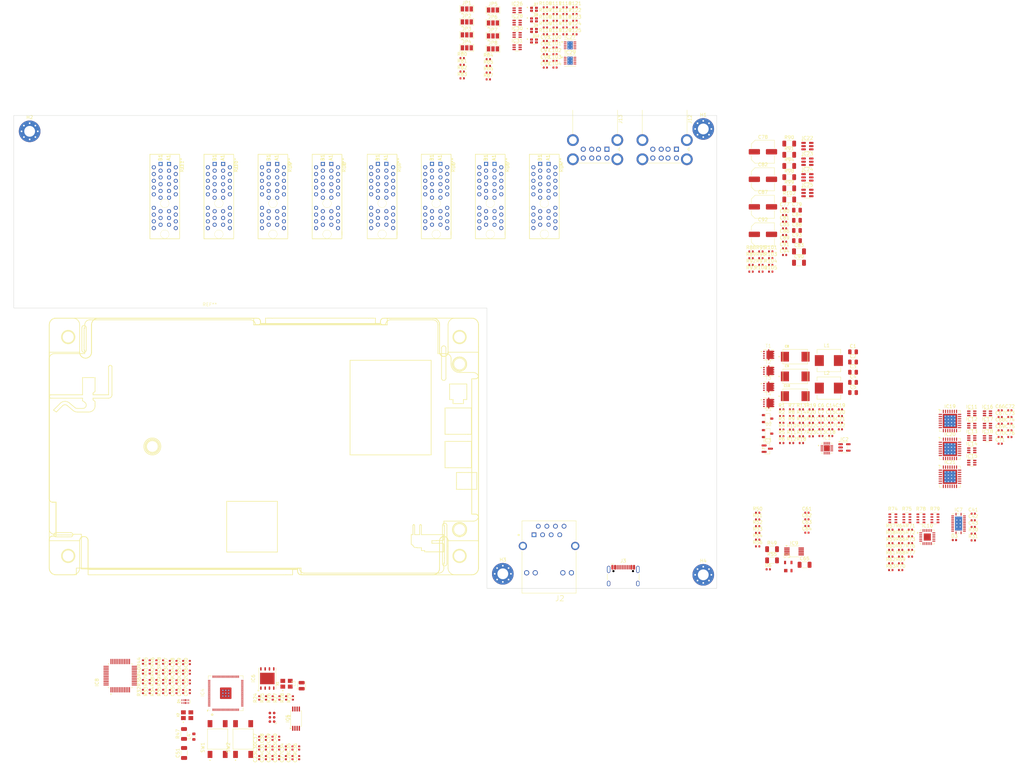
<source format=kicad_pcb>
(kicad_pcb (version 20241229) (generator "pcbnew") (generator_version "9.0")
  (layers (0 "F.Cu" signal) (2 "B.Cu" signal) (13 "F.Paste" user) (15 "B.Paste" user) (5 "F.SilkS" user "F.Silkscreen") (7 "B.SilkS" user "B.Silkscreen") (1 "F.Mask" user) (3 "B.Mask" user) (25 "Edge.Cuts" user))
  (property "ASSEMBLY_NOTES" "ASSEMBLY NOTES")
  (property "BOARD_NAME" "Baseboard")
  (property "COMPANY" "DvidMakesThings")
  (property "DESIGNER" "David Sipos")
  (property "FABRICATION_NOTES" "FABRICATION NOTES")
  (property "GIT_HASH_PCB" "")
  (property "GIT_HASH_SCH" "")
  (property "GIT_URL" "")
  (property "PROJECT_NAME" "PDNode-600 Pro ")
  (property "RELEASE_BODY_1.0.0" "")
  (property "RELEASE_BODY_1.0.1" "")
  (property "RELEASE_BODY_1.0.2" "")
  (property "RELEASE_BODY_1.1.0" "")
  (property "RELEASE_BODY_UNRELEASED" "")
  (property "RELEASE_DATE" "07.02.2026")
  (property "RELEASE_DATE_NUM" "07.02.2026")
  (property "RELEASE_TITLE_1.0.0" "")
  (property "RELEASE_TITLE_1.0.1" "")
  (property "RELEASE_TITLE_1.0.2" "")
  (property "RELEASE_TITLE_1.1.0" "")
  (property "RELEASE_TITLE_UNRELEASED" "")
  (property "REVISION" "")
  (property "SHEET_NAME_1" "Cover Page")
  (property "SHEET_NAME_10" "")
  (property "SHEET_NAME_11" "")
  (property "SHEET_NAME_12" "")
  (property "SHEET_NAME_13" "")
  (property "SHEET_NAME_14" "")
  (property "SHEET_NAME_15" "")
  (property "SHEET_NAME_16" "")
  (property "SHEET_NAME_17" "")
  (property "SHEET_NAME_18" "")
  (property "SHEET_NAME_19" "")
  (property "SHEET_NAME_2" "System Power")
  (property "SHEET_NAME_20" "")
  (property "SHEET_NAME_21" "")
  (property "SHEET_NAME_22" "")
  (property "SHEET_NAME_23" "")
  (property "SHEET_NAME_24" "")
  (property "SHEET_NAME_25" "")
  (property "SHEET_NAME_26" "")
  (property "SHEET_NAME_27" "")
  (property "SHEET_NAME_28" "")
  (property "SHEET_NAME_29" "")
  (property "SHEET_NAME_3" "Microcontroller")
  (property "SHEET_NAME_30" "")
  (property "SHEET_NAME_31" "")
  (property "SHEET_NAME_32" "")
  (property "SHEET_NAME_33" "")
  (property "SHEET_NAME_34" "")
  (property "SHEET_NAME_35" "")
  (property "SHEET_NAME_36" "")
  (property "SHEET_NAME_37" "")
  (property "SHEET_NAME_38" "")
  (property "SHEET_NAME_39" "")
  (property "SHEET_NAME_4" "")
  (property "SHEET_NAME_40" "")
  (property "SHEET_NAME_5" "")
  (property "SHEET_NAME_6" "")
  (property "SHEET_NAME_7" "")
  (property "SHEET_NAME_8" "")
  (property "SHEET_NAME_9" "")
  (property "VARIANT" "Pro")
  (net 0 "")
  (net 1 "+24V")
  (net 2 "GND")
  (net 3 "Net-(IC1-VBST2)")
  (net 4 "Net-(C6-Pad2)")
  (net 5 "Net-(IC1-VBST1)")
  (net 6 "Net-(C7-Pad2)")
  (net 7 "+3.3V")
  (net 8 "+5V")
  (net 9 "+5VA")
  (net 10 "+3.3VA")
  (net 11 "/Block Diagram/System Power/VCLK")
  (net 12 "Net-(C13-Pad2)")
  (net 13 "Net-(C14-Pad2)")
  (net 14 "+15V")
  (net 15 "Net-(C16-Pad1)")
  (net 16 "Net-(IC2-V+)")
  (net 17 "/Block Diagram/System Power/VREF_IN")
  (net 18 "/Block Diagram/System Power/VREF_OUT")
  (net 19 "/Block Diagram/Microcontroller Peripherals/VREG_AVDD")
  (net 20 "/Block Diagram/Microcontroller Peripherals/XO")
  (net 21 "/Block Diagram/Microcontroller Peripherals/XIN")
  (net 22 "+1V1")
  (net 23 "Net-(C41-Pad1)")
  (net 24 "RD_N")
  (net 25 "/Block Diagram/Ethernet Interface/RDN_R_N")
  (net 26 "RD_P")
  (net 27 "/Block Diagram/Ethernet Interface/RDN_R_P")
  (net 28 "/Block Diagram/Ethernet Interface/W5500_XO")
  (net 29 "/Block Diagram/Ethernet Interface/W5500_XI")
  (net 30 "RCT")
  (net 31 "/Block Diagram/Ethernet Interface/W5500_1V2")
  (net 32 "/Block Diagram/Ethernet Interface/W5500_TOCAP")
  (net 33 "SHIELD")
  (net 34 "+3.3VP")
  (net 35 "VBUS")
  (net 36 "/Block Diagram/USB Interface/ADC_VUSB")
  (net 37 "VBUS_PORTA0")
  (net 38 "VBUS_PORTA1")
  (net 39 "VBUS_PORTA2")
  (net 40 "VBUS_PORTA3")
  (net 41 "Net-(IC27-SENSE1-)")
  (net 42 "Net-(IC27-SENSE1+)")
  (net 43 "Net-(IC27-SENSE2-)")
  (net 44 "Net-(IC27-SENSE2+)")
  (net 45 "Net-(IC29-SENSE1+)")
  (net 46 "Net-(IC29-SENSE1-)")
  (net 47 "Net-(IC29-SENSE2-)")
  (net 48 "Net-(IC29-SENSE2+)")
  (net 49 "/Block Diagram/Microcontroller/USB_IND")
  (net 50 "HEARTBEAT")
  (net 51 "TD_P")
  (net 52 "TD_N")
  (net 53 "USB_D-")
  (net 54 "USB_D+")
  (net 55 "/Block Diagram/USB Interface/USB_IND")
  (net 56 "Net-(D7-A2)")
  (net 57 "Net-(D7-A1)")
  (net 58 "Net-(D8-A1)")
  (net 59 "Net-(D8-A2)")
  (net 60 "Net-(D9-A2)")
  (net 61 "Net-(D9-A1)")
  (net 62 "Net-(D10-A1)")
  (net 63 "Net-(D10-A2)")
  (net 64 "/Block Diagram/System Power/DRVH1")
  (net 65 "/Block Diagram/System Power/VFB_5")
  (net 66 "/Block Diagram/System Power/5V_BUCK_EN")
  (net 67 "/Block Diagram/System Power/3V3_BUCK_EN")
  (net 68 "/Block Diagram/System Power/DRVL2")
  (net 69 "/Block Diagram/System Power/VFB_3V3")
  (net 70 "/Block Diagram/System Power/CS_R2")
  (net 71 "/Block Diagram/System Power/CS_R1")
  (net 72 "/Block Diagram/System Power/PGOOD")
  (net 73 "/Block Diagram/System Power/DRVH2")
  (net 74 "/Block Diagram/System Power/SW2")
  (net 75 "/Block Diagram/System Power/SW1")
  (net 76 "/Block Diagram/System Power/DRVL1")
  (net 77 "/Block Diagram/Microcontroller/QSPI_CS2")
  (net 79 "QSPI_SS")
  (net 81 "QSPI_SD3")
  (net 83 "/Block Diagram/Microcontroller Peripherals/SWDIO")
  (net 84 "/Block Diagram/Microcontroller Peripherals/SWCLK")
  (net 86 "QSPI_SD1")
  (net 90 "QSPI_SCLK")
  (net 92 "RESET")
  (net 93 "ADC_VREF")
  (net 96 "/Block Diagram/Microcontroller Peripherals/VREG_LX")
  (net 99 "QSPI_SD0")
  (net 103 "/Block Diagram/Microcontroller Peripherals/RP_D+")
  (net 112 "/Block Diagram/Microcontroller Peripherals/RP_D-")
  (net 121 "QSPI_SD2")
  (net 128 "/Block Diagram/Microcontroller Peripherals/XOUT")
  (net 139 "/Block Diagram/Microcontroller Peripherals/I2C0_SDA")
  (net 140 "/Block Diagram/Microcontroller Peripherals/I2C0_SCL")
  (net 141 "/Block Diagram/Microcontroller/VBUS_VMON_PORT1")
  (net 142 "/Block Diagram/Microcontroller/PMIC_VMON_PORT6")
  (net 143 "/Block Diagram/Microcontroller/VBUS_VMON_PORT5")
  (net 144 "/Block Diagram/Microcontroller/VBUS_VMON_PORT4")
  (net 145 "/Block Diagram/Microcontroller/PMIC_VMON_PORT0")
  (net 146 "/Block Diagram/Microcontroller/MUX_S2")
  (net 147 "/Block Diagram/Microcontroller/PMIC_VMON_PORT4")
  (net 148 "/Block Diagram/Microcontroller/PMIC_VMON_PORT7")
  (net 149 "/Block Diagram/Microcontroller/VBUS_VMON_PORT3")
  (net 150 "/Block Diagram/Microcontroller/VBUS_VMON_PORT2")
  (net 151 "/Block Diagram/Microcontroller/PMIC_VMON_PORT3")
  (net 152 "/Block Diagram/Microcontroller/MUX_S3")
  (net 153 "/Block Diagram/Microcontroller/MUX_OUT")
  (net 154 "/Block Diagram/Microcontroller/PMIC_VMON_PORT2")
  (net 155 "/Block Diagram/Microcontroller/VBUS_VMON_PORT0")
  (net 156 "/Block Diagram/Microcontroller/VBUS_VMON_PORT7")
  (net 157 "/Block Diagram/Microcontroller/VBUS_VMON_PORT6")
  (net 158 "/Block Diagram/Microcontroller/PMIC_VMON_PORT5")
  (net 159 "/Block Diagram/Microcontroller/PMIC_VMON_PORT1")
  (net 160 "/Block Diagram/Microcontroller/MUX_S1")
  (net 161 "/Block Diagram/Microcontroller/MUX_S0")
  (net 162 "/Block Diagram/Ethernet Interface/TX_TD_N")
  (net 163 "/Block Diagram/Ethernet Interface/ETH_INT")
  (net 165 "/Block Diagram/Ethernet Interface/ETH_SCLK")
  (net 167 "ACT")
  (net 168 "/Block Diagram/Ethernet Interface/ETH_RST")
  (net 170 "/Block Diagram/Ethernet Interface/ETH_MISO")
  (net 174 "/Block Diagram/Ethernet Interface/RX_TD_P")
  (net 176 "/Block Diagram/Ethernet Interface/TX_TD_P")
  (net 178 "/Block Diagram/Ethernet Interface/ETH_SCSN")
  (net 179 "LINK")
  (net 180 "Net-(IC8-EXRES1)")
  (net 182 "/Block Diagram/Ethernet Interface/ETH_MOSI")
  (net 184 "/Block Diagram/Ethernet Interface/RX_TD_N")
  (net 185 "/Block Diagram/USB Interface/USB_RP_D+")
  (net 186 "MUX_SEL")
  (net 187 "/Block Diagram/USB Interface/USB_DBG_D+")
  (net 188 "/Block Diagram/USB Interface/USB_RP_D-")
  (net 189 "/Block Diagram/USB Interface/USB_DBG_D-")
  (net 190 "/Block Diagram/TCA9548 Port Controller/TCA_SCL")
  (net 191 "Net-(IC10-SDA5)")
  (net 192 "Net-(IC10-SDA3)")
  (net 193 "Net-(IC10-SDA1)")
  (net 194 "Net-(IC10-SCL0)")
  (net 195 "Net-(IC10-SCL7)")
  (net 196 "Net-(IC10-SDA7)")
  (net 197 "Net-(IC10-SDA0)")
  (net 198 "Net-(IC10-SDA4)")
  (net 199 "/Block Diagram/TCA9548 Port Controller/TCA_SDA")
  (net 200 "/Block Diagram/TCA9548 Port Controller/RESET")
  (net 201 "Net-(IC10-SCL2)")
  (net 202 "Net-(IC10-SCL4)")
  (net 203 "Net-(IC10-SDA6)")
  (net 204 "Net-(IC10-SDA2)")
  (net 205 "Net-(IC10-SCL1)")
  (net 206 "Net-(IC10-SCL5)")
  (net 207 "Net-(IC10-SCL3)")
  (net 208 "Net-(IC10-SCL6)")
  (net 209 "/Block Diagram/PDC Signals/PMIC_EN_PORT1")
  (net 210 "/Block Diagram/PDC Signals/PD_ENABLE_PORT1")
  (net 211 "/Block Diagram/PDC Signals/PORT_EN_PORT1")
  (net 212 "/Block Diagram/PDC Signals/PD_ENABLE_PORT2")
  (net 213 "/Block Diagram/PDC Signals/PORT_EN_PORT2")
  (net 214 "/Block Diagram/PDC Signals/PMIC_EN_PORT2")
  (net 215 "/Block Diagram/PDC Signals/PORT_EN_PORT3")
  (net 216 "/Block Diagram/PDC Signals/PMIC_EN_PORT3")
  (net 217 "/Block Diagram/PDC Signals/PD_ENABLE_PORT3")
  (net 218 "/Block Diagram/PDC Signals/PD_ENABLE_PORT0")
  (net 219 "/Block Diagram/PDC Signals/PMIC_EN_PORT0")
  (net 220 "/Block Diagram/PDC Signals/PORT_EN_PORT0")
  (net 221 "/Block Diagram/PDC Signals/PMIC_EN_PORT5")
  (net 222 "/Block Diagram/PDC Signals/PORT_EN_PORT5")
  (net 223 "/Block Diagram/PDC Signals/PD_ENABLE_PORT5")
  (net 224 "/Block Diagram/PDC Signals/PMIC_EN_PORT6")
  (net 225 "/Block Diagram/PDC Signals/PD_ENABLE_PORT6")
  (net 226 "/Block Diagram/PDC Signals/PORT_EN_PORT6")
  (net 227 "/Block Diagram/PDC Signals/PD_ENABLE_PORT7")
  (net 228 "/Block Diagram/PDC Signals/PORT_EN_PORT7")
  (net 229 "/Block Diagram/PDC Signals/PMIC_EN_PORT7")
  (net 230 "/Block Diagram/PDC Signals/PMIC_EN_PORT4")
  (net 231 "/Block Diagram/PDC Signals/PD_ENABLE_PORT4")
  (net 232 "/Block Diagram/PDC Signals/PORT_EN_PORT4")
  (net 234 "/Block Diagram/PDC Signals/I2C1_SCL")
  (net 236 "/Block Diagram/PDC Signals/MCP_RESET")
  (net 238 "/Block Diagram/PDC Signals/I2C1_SDA")
  (net 241 "/Block Diagram/PDC Signals/PDC_DET_PORT6")
  (net 242 "/Block Diagram/PDC Signals/PGOOD_COMBINED_PORT3")
  (net 244 "/Block Diagram/PDC Signals/PGOOD_COMBINED_PORT2")
  (net 245 "/Block Diagram/PDC Signals/PDC_DET_PORT7")
  (net 246 "/Block Diagram/PDC Signals/PGOOD_COMBINED_PORT4")
  (net 247 "/Block Diagram/PDC Signals/PGOOD_COMBINED_PORT7")
  (net 248 "/Block Diagram/PDC Signals/PDC_DET_PORT1")
  (net 249 "/Block Diagram/PDC Signals/PDC_DET_PORT4")
  (net 250 "/Block Diagram/PDC Signals/PGOOD_COMBINED_PORT5")
  (net 251 "/Block Diagram/PDC Signals/PGOOD_COMBINED_PORT6")
  (net 252 "/Block Diagram/PDC Signals/PDC_DET_PORT0")
  (net 254 "/Block Diagram/PDC Signals/PDC_DET_PORT5")
  (net 255 "/Block Diagram/PDC Signals/PGOOD_COMBINED_PORT0")
  (net 256 "/Block Diagram/PDC Signals/PDC_DET_PORT3")
  (net 257 "/Block Diagram/PDC Signals/PDC_DET_PORT2")
  (net 258 "/Block Diagram/PDC Signals/PGOOD_COMBINED_PORT1")
  (net 261 "/Block Diagram/PDC Signals/PD_IRQ_PORT1")
  (net 262 "/Block Diagram/PDC Signals/PD_IRQ_PORT7")
  (net 263 "/Block Diagram/PDC Signals/PD_RESET_PORT2")
  (net 264 "/Block Diagram/PDC Signals/PD_RESET_PORT4")
  (net 265 "/Block Diagram/PDC Signals/PD_RESET_PORT0")
  (net 266 "/Block Diagram/PDC Signals/PD_RESET_PORT3")
  (net 268 "/Block Diagram/PDC Signals/PD_RESET_PORT7")
  (net 269 "/Block Diagram/PDC Signals/PD_RESET_PORT5")
  (net 270 "/Block Diagram/PDC Signals/PD_IRQ_PORT3")
  (net 271 "/Block Diagram/PDC Signals/PD_IRQ_PORT6")
  (net 272 "/Block Diagram/PDC Signals/PD_IRQ_PORT5")
  (net 273 "/Block Diagram/PDC Signals/PD_IRQ_PORT0")
  (net 274 "/Block Diagram/PDC Signals/PD_IRQ_PORT2")
  (net 275 "/Block Diagram/PDC Signals/PD_IRQ_EVENT_B")
  (net 276 "/Block Diagram/PDC Signals/PD_IRQ_PORT4")
  (net 277 "/Block Diagram/PDC Signals/PD_RESET_PORT1")
  (net 278 "/Block Diagram/PDC Signals/PD_RESET_PORT6")
  (net 279 "/Block Diagram/PDC Signals/PD_IRQ_EVENT_A")
  (net 280 "Net-(IC22-ILIM)")
  (net 281 "/Block Diagram/USB-A Outputs/ILIM_EN_PORTA0")
  (net 282 "/Block Diagram/USB-A Outputs/FAULT_PORTA0")
  (net 283 "/Block Diagram/USB-A Outputs/FAULT_PORTA1")
  (net 284 "Net-(IC23-ILIM)")
  (net 285 "/Block Diagram/USB-A Outputs/ILIM_EN_PORTA1")
  (net 286 "Net-(IC24-ILIM)")
  (net 287 "/Block Diagram/USB-A Outputs/FAULT_PORTA2")
  (net 288 "/Block Diagram/USB-A Outputs/ILIM_EN_PORTA2")
  (net 289 "/Block Diagram/USB-A Outputs/ILIM_EN_PORTA3")
  (net 290 "Net-(IC25-ILIM)")
  (net 291 "/Block Diagram/USB-A Outputs/FAULT_PORTA3")
  (net 292 "Net-(IC26-Y)")
  (net 293 "/Block Diagram/USB-A Current Measurement/PAC_SDA")
  (net 294 "/Block Diagram/USB-A Current Measurement/PAC_SCL")
  (net 295 "/Block Diagram/USB-A Current Measurement/PAC_ALERT_P01")
  (net 296 "Net-(IC28-Y)")
  (net 297 "/Block Diagram/USB-A Current Measurement/PAC_ALERT_P23")
  (net 298 "Net-(IC30-Y)")
  (net 299 "Net-(IC31-Y)")
  (net 301 "TCT")
  (net 302 "Net-(J2-GREEN-)")
  (net 303 "Net-(J2-YELLOW-)")
  (net 305 "Net-(J3-CC1)")
  (net 306 "Net-(J3-CC2)")
  (net 308 "/Block Diagram/PDCard Connectors 1-4/I2C_SCL_PORT0")
  (net 309 "/Block Diagram/PDCard Connectors 1-4/I2C_SDA_PORT0")
  (net 310 "/Block Diagram/PDCard Connectors 1-4/PDC_DET_PORT0")
  (net 311 "/Block Diagram/PDCard Connectors 1-4/SPI_MISO")
  (net 312 "/Block Diagram/PDCard Connectors 1-4/PMIC_VMON_PORT0")
  (net 313 "/Block Diagram/PDCard Connectors 1-4/SPI_MOSI")
  (net 314 "/Block Diagram/PDCard Connectors 1-4/PMIC_EN_PORT0")
  (net 315 "/Block Diagram/PDCard Connectors 1-4/PD_IRQ_PORT0")
  (net 316 "/Block Diagram/PDCard Connectors 1-4/PGOOD_COMBINED_PORT0")
  (net 318 "/Block Diagram/PDCard Connectors 1-4/SPI_CLK")
  (net 319 "/Block Diagram/PDCard Connectors 1-4/PD_ENABLE_PORT0")
  (net 320 "/Block Diagram/PDCard Connectors 1-4/SPI_CS_PORT0")
  (net 321 "/Block Diagram/PDCard Connectors 1-4/PORT_EN_PORT0")
  (net 322 "Net-(JP1-C)")
  (net 323 "/Block Diagram/PDCard Connectors 1-4/PD_RESET_PORT0")
  (net 324 "/Block Diagram/PDCard Connectors 1-4/VBUS_VMON_PORT0")
  (net 325 "/Block Diagram/PDCard Connectors 1-4/PD_RESET_PORT1")
  (net 326 "/Block Diagram/PDCard Connectors 1-4/I2C_SDA_PORT1")
  (net 327 "/Block Diagram/PDCard Connectors 1-4/SPI_CS_PORT1")
  (net 329 "/Block Diagram/PDCard Connectors 1-4/PD_ENABLE_PORT1")
  (net 330 "/Block Diagram/PDCard Connectors 1-4/I2C_SCL_PORT1")
  (net 331 "/Block Diagram/PDCard Connectors 1-4/PDC_DET_PORT1")
  (net 332 "/Block Diagram/PDCard Connectors 1-4/VBUS_VMON_PORT1")
  (net 333 "/Block Diagram/PDCard Connectors 1-4/PGOOD_COMBINED_PORT1")
  (net 334 "/Block Diagram/PDCard Connectors 1-4/PD_IRQ_PORT1")
  (net 335 "Net-(JP2-C)")
  (net 336 "/Block Diagram/PDCard Connectors 1-4/PORT_EN_PORT1")
  (net 337 "/Block Diagram/PDCard Connectors 1-4/PMIC_EN_PORT1")
  (net 338 "/Block Diagram/PDCard Connectors 1-4/PMIC_VMON_PORT1")
  (net 339 "/Block Diagram/PDCard Connectors 1-4/PD_IRQ_PORT2")
  (net 340 "/Block Diagram/PDCard Connectors 1-4/VBUS_VMON_PORT2")
  (net 341 "/Block Diagram/PDCard Connectors 1-4/PGOOD_COMBINED_PORT2")
  (net 342 "/Block Diagram/PDCard Connectors 1-4/PMIC_VMON_PORT2")
  (net 344 "/Block Diagram/PDCard Connectors 1-4/PD_ENABLE_PORT2")
  (net 345 "/Block Diagram/PDCard Connectors 1-4/PDC_DET_PORT2")
  (net 346 "/Block Diagram/PDCard Connectors 1-4/I2C_SCL_PORT2")
  (net 347 "Net-(JP3-C)")
  (net 348 "/Block Diagram/PDCard Connectors 1-4/PD_RESET_PORT2")
  (net 349 "/Block Diagram/PDCard Connectors 1-4/PORT_EN_PORT2")
  (net 350 "/Block Diagram/PDCard Connectors 1-4/I2C_SDA_PORT2")
  (net 351 "/Block Diagram/PDCard Connectors 1-4/SPI_CS_PORT2")
  (net 352 "/Block Diagram/PDCard Connectors 1-4/PMIC_EN_PORT2")
  (net 353 "/Block Diagram/PDCard Connectors 1-4/PD_IRQ_PORT3")
  (net 354 "/Block Diagram/PDCard Connectors 1-4/I2C_SDA_PORT3")
  (net 355 "/Block Diagram/PDCard Connectors 1-4/PD_ENABLE_PORT3")
  (net 356 "/Block Diagram/PDCard Connectors 1-4/I2C_SCL_PORT3")
  (net 357 "/Block Diagram/PDCard Connectors 1-4/PDC_DET_PORT3")
  (net 358 "/Block Diagram/PDCard Connectors 1-4/PORT_EN_PORT3")
  (net 359 "/Block Diagram/PDCard Connectors 1-4/PMIC_EN_PORT3")
  (net 360 "/Block Diagram/PDCard Connectors 1-4/PD_RESET_PORT3")
  (net 361 "/Block Diagram/PDCard Connectors 1-4/PGOOD_COMBINED_PORT3")
  (net 362 "/Block Diagram/PDCard Connectors 1-4/PMIC_VMON_PORT3")
  (net 364 "/Block Diagram/PDCard Connectors 1-4/SPI_CS_PORT3")
  (net 365 "Net-(JP4-C)")
  (net 366 "/Block Diagram/PDCard Connectors 1-4/VBUS_VMON_PORT3")
  (net 367 "/Block Diagram/PDCard Connectors 5-8/PD_ENABLE_PORT4")
  (net 368 "Net-(JP5-C)")
  (net 369 "/Block Diagram/PDCard Connectors 5-8/PMIC_EN_PORT4")
  (net 370 "/Block Diagram/PDCard Connectors 5-8/SPI_MISO")
  (net 371 "/Block Diagram/PDCard Connectors 5-8/PDC_DET_PORT4")
  (net 372 "/Block Diagram/PDCard Connectors 5-8/SPI_CLK")
  (net 373 "/Block Diagram/PDCard Connectors 5-8/I2C_SCL_PORT4")
  (net 374 "/Block Diagram/PDCard Connectors 5-8/SPI_MOSI")
  (net 375 "/Block Diagram/PDCard Connectors 5-8/VBUS_VMON_PORT4")
  (net 376 "/Block Diagram/PDCard Connectors 5-8/PORT_EN_PORT4")
  (net 377 "/Block Diagram/PDCard Connectors 5-8/PGOOD_COMBINED_PORT4")
  (net 378 "/Block Diagram/PDCard Connectors 5-8/PMIC_VMON_PORT4")
  (net 379 "/Block Diagram/PDCard Connectors 5-8/SPI_CS_PORT4")
  (net 380 "/Block Diagram/PDCard Connectors 5-8/PD_RESET_PORT4")
  (net 381 "/Block Diagram/PDCard Connectors 5-8/I2C_SDA_PORT4")
  (net 383 "/Block Diagram/PDCard Connectors 5-8/PD_IRQ_PORT4")
  (net 384 "/Block Diagram/PDCard Connectors 5-8/PORT_EN_PORT5")
  (net 385 "/Block Diagram/PDCard Connectors 5-8/PGOOD_COMBINED_PORT5")
  (net 386 "/Block Diagram/PDCard Connectors 5-8/VBUS_VMON_PORT5")
  (net 387 "/Block Diagram/PDCard Connectors 5-8/PDC_DET_PORT5")
  (net 388 "/Block Diagram/PDCard Connectors 5-8/PD_ENABLE_PORT5")
  (net 389 "/Block Diagram/PDCard Connectors 5-8/PD_IRQ_PORT5")
  (net 390 "Net-(JP6-C)")
  (net 391 "/Block Diagram/PDCard Connectors 5-8/PMIC_VMON_PORT5")
  (net 393 "/Block Diagram/PDCard Connectors 5-8/SPI_CS_PORT5")
  (net 394 "/Block Diagram/PDCard Connectors 5-8/PD_RESET_PORT5")
  (net 395 "/Block Diagram/PDCard Connectors 5-8/I2C_SDA_PORT5")
  (net 396 "/Block Diagram/PDCard Connectors 5-8/I2C_SCL_PORT5")
  (net 397 "/Block Diagram/PDCard Connectors 5-8/PMIC_EN_PORT5")
  (net 398 "/Block Diagram/PDCard Connectors 5-8/PD_IRQ_PORT6")
  (net 399 "/Block Diagram/PDCard Connectors 5-8/PGOOD_COMBINED_PORT6")
  (net 400 "/Block Diagram/PDCard Connectors 5-8/PD_ENABLE_PORT6")
  (net 401 "/Block Diagram/PDCard Connectors 5-8/PDC_DET_PORT6")
  (net 402 "/Block Diagram/PDCard Connectors 5-8/I2C_SDA_PORT6")
  (net 404 "/Block Diagram/PDCard Connectors 5-8/PMIC_VMON_PORT6")
  (net 405 "/Block Diagram/PDCard Connectors 5-8/PORT_EN_PORT6")
  (net 406 "Net-(JP7-C)")
  (net 407 "/Block Diagram/PDCard Connectors 5-8/SPI_CS_PORT6")
  (net 408 "/Block Diagram/PDCard Connectors 5-8/VBUS_VMON_PORT6")
  (net 409 "/Block Diagram/PDCard Connectors 5-8/PD_RESET_PORT6")
  (net 410 "/Block Diagram/PDCard Connectors 5-8/I2C_SCL_PORT6")
  (net 411 "/Block Diagram/PDCard Connectors 5-8/PMIC_EN_PORT6")
  (net 412 "/Block Diagram/PDCard Connectors 5-8/PD_ENABLE_PORT7")
  (net 413 "/Block Diagram/PDCard Connectors 5-8/I2C_SCL_PORT7")
  (net 414 "/Block Diagram/PDCard Connectors 5-8/PMIC_EN_PORT7")
  (net 415 "/Block Diagram/PDCard Connectors 5-8/I2C_SDA_PORT7")
  (net 416 "/Block Diagram/PDCard Connectors 5-8/PMIC_VMON_PORT7")
  (net 417 "/Block Diagram/PDCard Connectors 5-8/PD_IRQ_PORT7")
  (net 418 "/Block Diagram/PDCard Connectors 5-8/PGOOD_COMBINED_PORT7")
  (net 419 "Net-(JP8-C)")
  (net 421 "/Block Diagram/PDCard Connectors 5-8/PORT_EN_PORT7")
  (net 422 "/Block Diagram/PDCard Connectors 5-8/PDC_DET_PORT7")
  (net 423 "/Block Diagram/PDCard Connectors 5-8/VBUS_VMON_PORT7")
  (net 424 "/Block Diagram/PDCard Connectors 5-8/SPI_CS_PORT7")
  (net 425 "/Block Diagram/PDCard Connectors 5-8/PD_RESET_PORT7")
  (net 428 "Net-(J12-VBUS1)")
  (net 431 "Net-(J12-VBUS2)")
  (net 433 "Net-(J13-VBUS2)")
  (net 436 "Net-(J13-VBUS1)")
  (net 438 "/Block Diagram/System Power/ADC_5VA")
  (net 439 "/Block Diagram/System Power/ADC_5VSW")
  (net 440 "/Block Diagram/System Power/ADC_3V3A")
  (net 441 "/Block Diagram/System Power/ADC_3V3SW")
  (net 442 "/Block Diagram/System Power/ADC_VREF")
  (net 443 "/Block Diagram/Microcontroller Peripherals/USB_RP_D-")
  (net 444 "/Block Diagram/Microcontroller Peripherals/USB_RP_D+")
  (net 445 "/Block Diagram/Ethernet Interface/TDN_R_P")
  (net 446 "/Block Diagram/Ethernet Interface/TDN_R_N")
  (net 447 "VBUS_ISO")
  (net 448 "/Block Diagram/TCA9548 Port Controller/I2C_SDA_PORT0")
  (net 449 "/Block Diagram/TCA9548 Port Controller/I2C_SCL_PORT0")
  (net 450 "/Block Diagram/TCA9548 Port Controller/I2C1_SDA")
  (net 451 "/Block Diagram/TCA9548 Port Controller/I2C1_SCL")
  (net 452 "/Block Diagram/USB-A Outputs/PORTA0_N")
  (net 453 "/Block Diagram/USB-A Outputs/PORTA0_P")
  (net 454 "/Block Diagram/USB-A Outputs/PORTA1_P")
  (net 455 "/Block Diagram/USB-A Outputs/PORTA1_N")
  (net 456 "/Block Diagram/USB-A Outputs/PORTA2_P")
  (net 457 "/Block Diagram/USB-A Outputs/PORTA2_N")
  (net 458 "/Block Diagram/USB-A Outputs/PORTA3_P")
  (net 459 "/Block Diagram/USB-A Outputs/PORTA3_N")
  (net 460 "/Block Diagram/USB-A Current Measurement/I2C1_SCL")
  (net 461 "/Block Diagram/USB-A Current Measurement/I2C1_SDA")
  (net 462 "Net-(H1-Pad1)")
  (footprint "Resistor_SMD:R_0402_1005Metric" (layer "F.Cu") (at 327.045 116.26)
    (property "Reference" "R96")
    (property "Value" "33.2K 1%")
  )
  (footprint "Resistor_SMD:R_0402_1005Metric" (layer "F.Cu") (at 144.23 238.725 90)
    (property "Reference" "R40")
    (property "Value" "1M 1%")
  )
  (footprint "Resistor_SMD:R_0402_1005Metric" (layer "F.Cu") (at 371.3 198.64)
    (property "Reference" "R72")
    (property "Value" "2.2K 1%")
  )
  (footprint "Capacitor_SMD:C_0402_1005Metric" (layer "F.Cu") (at 182.56 261.265 90)
    (property "Reference" "C32")
    (property "Value" "100nF 50V")
  )
  (footprint "Resistor_SMD:R_0402_1005Metric" (layer "F.Cu") (at 333.2175 161.03)
    (property "Reference" "R1")
    (property "Value" "10K 1%")
  )
  (footprint "Capacitor_SMD:C_0805_2012Metric" (layer "F.Cu") (at 337.725 108.06)
    (property "Reference" "C88")
    (property "Value" "10uF 50V")
  )
  (footprint "DS_Connector:AMPHENOL_10018784-10210TLF" (layer "F.Cu") (at 230.987322 99.989781 -90)
    (property "Reference" "J6")
    (property "Value" "10018784-10200TLF")
  )
  (footprint "Resistor_SMD:R_0402_1005Metric" (layer "F.Cu") (at 246.41 59.33)
    (property "Reference" "R85")
    (property "Value" "10K 1%")
  )
  (footprint "Capacitor_SMD:C_0805_2012Metric" (layer "F.Cu") (at 354.3175 147)
    (property "Reference" "C2")
    (property "Value" "10uF 50V")
  )
  (footprint "DS_Opto:LED_0605-1613" (layer "F.Cu") (at 259.916803 45.6955)
    (property "Reference" "D8")
    (property "Value" "Red-Green")
  )
  (footprint "Resistor_SMD:R_0402_1005Metric" (layer "F.Cu") (at 263.29 43.99)
    (property "Reference" "R107")
    (property "Value" "100R 1%")
  )
  (footprint "Capacitor_SMD:C_0402_1005Metric" (layer "F.Cu") (at 190.44 261.265 90)
    (property "Reference" "C36")
    (property "Value" "100nF 50V")
  )
  (footprint "Resistor_SMD:R_0402_1005Metric" (layer "F.Cu") (at 327.045 118.25)
    (property "Reference" "R97")
    (property "Value" "4.7K 1%")
  )
  (footprint "Resistor_SMD:R_0402_1005Metric" (layer "F.Cu") (at 266.2 42)
    (property "Reference" "R111")
    (property "Value" "100R 1%")
  )
  (footprint "DS_Capacitor:2917" (layer "F.Cu") (at 337.2125 145.41)
    (property "Reference" "C8")
    (property "Value" "470uF 4V")
  )
  (footprint "DS_Capacitor:C_Elec_6.3x7.7" (layer "F.Cu") (at 327.655 92.9)
    (property "Reference" "C82")
    (property "Value" "100uF 25V")
  )
  (footprint "Resistor_SMD:R_0402_1005Metric" (layer "F.Cu") (at 272.02 45.98)
    (property "Reference" "R123")
    (property "Value" "1K 1%")
  )
  (footprint "Capacitor_SMD:C_0805_2012Metric" (layer "F.Cu") (at 354.3175 150.01)
    (property "Reference" "C3")
    (property "Value" "10uF 50V")
  )
  (footprint "Resistor_SMD:R_0402_1005Metric" (layer "F.Cu") (at 336.1275 167)
    (property "Reference" "R10")
    (property "Value" "10K 1%")
  )
  (footprint "DS_Peripherals:Texas_RGE0024C_VQFN-24-1EP_4x4mm_P0.5mm_EP2.1x2.1mm" (layer "F.Cu") (at 376.285 198.81)
    (property "Reference" "IC10")
    (property "Value" "TCA9548ARGER")
  )
  (footprint "Resistor_SMD:R_0402_1005Metric" (layer "F.Cu") (at 329.955 116.26)
    (property "Reference" "R103")
    (property "Value" "4.7K 1%")
  )
  (footprint "Resistor_SMD:R_1206_3216Metric" (layer "F.Cu") (at 330.35 205.72)
    (property "Reference" "R55")
    (property "Value" "1M 1%")
  )
  (footprint "Capacitor_SMD:C_0402_1005Metric" (layer "F.Cu") (at 266.14 59.82)
    (property "Reference" "C104")
    (property "Value" "100nF 50V")
  )
  (footprint "Resistor_SMD:R_0402_1005Metric" (layer "F.Cu") (at 266.2 43.99)
    (property "Reference" "R112")
    (property "Value" "100R 1%")
  )
  (footprint "Capacitor_SMD:C_0402_1005Metric" (layer "F.Cu") (at 397.85 171.17)
    (property "Reference" "C71")
    (property "Value" "100nF 50V")
  )
  (footprint "Resistor_SMD:R_0402_1005Metric" (layer "F.Cu") (at 371.3 204.61)
    (property "Reference" "R77")
    (property "Value" "33R 1%")
  )
  (footprint "DS_Connector:AMPHENOL_10018784-10210TLF" (layer "F.Cu") (at 246.987322 99.989781 -90)
    (property "Reference" "J5")
    (property "Value" "10018784-10200TLF")
  )
  (footprint "Resistor_SMD:R_1206_3216Metric" (layer "F.Cu") (at 335.435 92.26)
    (property "Reference" "R98")
    (property "Value" "0.02R 1%")
  )
  (footprint "Capacitor_SMD:C_0402_1005Metric" (layer "F.Cu") (at 344.8375 164.96)
    (property "Reference" "C11")
    (property "Value" "1nF 50V")
  )
  (footprint "DS_Opto:LED_0605-1613" (layer "F.Cu") (at 259.916803 42.5685)
    (property "Reference" "D7")
    (property "Value" "Red-Green")
  )
  (footprint "Capacitor_SMD:C_0402_1005Metric" (layer "F.Cu") (at 184.53 264.135 90)
    (property "Reference" "C26")
    (property "Value" "100nF 50V")
  )
  (footprint "Resistor_SMD:R_0402_1005Metric" (layer "F.Cu") (at 263.29 42)
    (property "Reference" "R106")
    (property "Value" "1K 1%")
  )
  (footprint "DS_Connector:AMPHENOL_10018784-10210TLF" (layer "F.Cu") (at 166.68465 100.000691 -90)
    (property "Reference" "J10")
    (property "Value" "10018784-10200TLF")
  )
  (footprint "Capacitor_SMD:C_0402_1005Metric" (layer "F.Cu") (at 186.5 261.265 90)
    (property "Reference" "C34")
    (property "Value" "10pF 50V")
  )
  (footprint "Resistor_SMD:R_1206_3216Metric" (layer "F.Cu") (at 156.37 257.115 90)
    (property "Reference" "R47")
    (property "Value" "1M 1%")
  )
  (footprint "Capacitor_SMD:C_0805_2012Metric" (layer "F.Cu") (at 354.3175 156.03)
    (property "Reference" "C5")
    (property "Value" "10uF 50V")
  )
  (footprint "DS_Diode:USON10_2.5x1" (layer "F.Cu") (at 156.74 247.52 90)
    (property "Reference" "D4")
    (property "Value" "TPD4EUSB30DQAR")
  )
  (footprint "DS_FET:DFN8_3x3" (layer "F.Cu") (at 329.705 149.625)
    (property "Reference" "T2")
    (property "Value" "FDMC7692")
  )
  (footprint "Resistor_SMD:R_0402_1005Metric" (layer "F.Cu") (at 336.1275 161.03)
    (property "Reference" "R7")
    (property "Value" "51K 1%")
  )
  (footprint "Resistor_SMD:R_0402_1005Metric" (layer "F.Cu") (at 246.41 57.34)
    (property "Reference" "R84")
    (property "Value" "10K 1%")
  )
  (footprint "Resistor_SMD:R_0402_1005Metric" (layer "F.Cu") (at 188.58 246.455 90)
    (property "Reference" "R29")
    (property "Value" "1K 1%")
  )
  (footprint "Resistor_SMD:R_0402_1005Metric" (layer "F.Cu") (at 324.135 116.26)
    (property "Reference" "R89")
    (property "Value" "4.7K 1%")
  )
  (footprint "Jumper:SolderJumper-3_P1.3mm_Open_Pad1.0x1.5mm" (layer "F.Cu") (at 240.04 42.465)
    (property "Reference" "JP1")
    (property "Value" "SolderJumper_3_Open")
  )
  (footprint "Resistor_SMD:R_0402_1005Metric" (layer "F.Cu") (at 246.41 61.32)
    (property "Reference" "R86")
    (property "Value" "10K 1%")
  )
  (footprint "Capacitor_SMD:C_0402_1005Metric" (layer "F.Cu") (at 389.87 191.89)
    (property "Reference" "C41")
    (property "Value" "1nF 50V")
  )
  (footprint "Capacitor_SMD:C_0805_2012Metric" (layer "F.Cu") (at 354.3175 153.02)
    (property "Reference" "C4")
    (property "Value" "10uF 50V")
  )
  (footprint "Resistor_SMD:R_0402_1005Metric" (layer "F.Cu") (at 269.11 43.99)
    (property "Reference" "R117")
    (property "Value" "33R 1%")
  )
  (footprint "Capacitor_SMD:C_0402_1005Metric" (layer "F.Cu") (at 389.87 193.86)
    (property "Reference" "C42")
    (property "Value" "4.7uF 25V")
  )
  (footprint "Capacitor_SMD:C_0402_1005Metric" (layer "F.Cu") (at 350.5775 161.02)
    (property "Reference" "C19")
    (property "Value" "100nF 50V")
  )
  (footprint "Capacitor_SMD:C_0402_1005Metric" (layer "F.Cu") (at 188.47 264.135 90)
    (property "Reference" "C28")
    (property "Value" "4.7uF 25V")
  )
  (footprint "MountingHole:MountingHole_3.2mm_M3_Pad_Via" (layer "F.Cu") (at 250.697056 209.697056)
    (property "Reference" "H3")
    (property "Value" "MountingHole_Pad")
  )
  (footprint "DS_Memory:TSSOP-8" (layer "F.Cu") (at 189.515 252.585 90)
    (property "Reference" "IC5")
    (property "Value" "AT24C256C-XHL-T")
  )
  (footprint "Jumper:SolderJumper-3_P1.3mm_Open_Pad1.0x1.5mm" (layer "F.Cu") (at 247.78 42.78)
    (property "Reference" "JP5")
    (property "Value" "SolderJumper_3_Open")
  )
  (footprint "DS_FET:DFN8_3x3" (layer "F.Cu") (at 329.705 159.145)
    (property "Reference" "T4")
    (property "Value" "FDMC7672")
  )
  (footprint "Resistor_SMD:R_0402_1005Metric" (layer "F.Cu") (at 272.02 42)
    (property "Reference" "R121")
    (property "Value" "100R 1%")
  )
  (footprint "Capacitor_SMD:C_0402_1005Metric" (layer "F.Cu") (at 152.18 238.825 90)
    (property "Reference" "C53")
    (property "Value" "100nF 50V")
  )
  (footprint "Capacitor_SMD:C_0402_1005Metric" (layer "F.Cu") (at 184.53 258.395 90)
    (property "Reference" "C40")
    (property "Value" "100nF 50V")
  )
  (footprint "DS_Peripherals:SOT-363_SC-70-6" (layer "F.Cu") (at 389.44 176.785)
    (property "Reference" "IC15")
    (property "Value" "SN74LVC1G97QDCKRQ1")
  )
  (footprint "Capacitor_SMD:C_0402_1005Metric" (layer "F.Cu") (at 400.72 167.23)
    (property "Reference" "C75")
    (property "Value" "100nF 50V")
  )
  (footprint "Capacitor_SMD:C_0402_1005Metric" (layer "F.Cu") (at 156.12 241.695 90)
    (property "Reference" "C50")
    (property "Value" "4.7uF 25V")
  )
  (footprint "Package_TO_SOT_SMD:SOT-23-5" (layer "F.Cu") (at 351.7775 172.285)
    (property "Reference" "IC2")
    (property "Value" "MCP6001RT")
  )
  (footprint "Resistor_SMD:R_0402_1005Metric" (layer "F.Cu") (at 326.09 191.62)
    (property "Reference" "R50")
    (property "Value" "5.1K 1%")
  )
  (footprint "DS_Peripherals:MSOP-10_3x3mm_P0.5mm" (layer "F.Cu") (at 336.86 203.08)
    (property "Reference" "IC9")
    (property "Value" "FSUSB42MUX")
  )
  (footprint "Resistor_SMD:R_0402_1005Metric" (layer "F.Cu") (at 272.02 49.96)
    (property "Reference" "R125")
    (property "Value" "1K 1%")
  )
  (footprint "Capacitor_SMD:C_0402_1005Metric" (layer "F.Cu") (at 347.7075 166.93)
    (property "Reference" "C17")
    (property "Value" "100nF 50V")
  )
  (footprint "Capacitor_SMD:C_0402_1005Metric" (layer "F.Cu") (at 152.18 235.955 90)
    (property "Reference" "C57")
    (property "Value" "100nF 50V")
  )
  (footprint "DS_Peripherals:Texas_RGY_R-PVQFN-N24_EP2.05x3.1mm_ThermalVias" (layer "F.Cu") (at 385.53 194.81)
    (property "Reference" "IC7")
    (property "Value" "CD74HC4067QRGYRQ1")
  )
  (footprint "Capacitor_SMD:C_0402_1005Metric" (layer "F.Cu") (at 266.14 51.94)
    (property "Reference" "C100")
    (property "Value" "10nF 50V")
  )
  (footprint "MountingHole:MountingHole_3.2mm_M3_Pad_Via" (layer "F.Cu") (at 110.697056 78.697056)
    (property "Reference" "H2")
    (property "Value" "MountingHole_Pad")
  )
  (footprint "DS_Connector:PDC" (layer "F.Cu") (at 150.680225 100.014058 -90)
    (property "Reference" "REF**")
    (property "Value" "PDC")
  )
  (footprint "Resistor_SMD:R_0402_1005Metric" (layer "F.Cu") (at 180.62 246.455 90)
    (property "Reference" "R25")
    (property "Value" "33R 1%")
  )
  (footprint "Resistor_SMD:R_1206_3216Metric" (layer "F.Cu") (at 335.435 82.33)
    (property "Reference" "R90")
    (property "Value" "0.02R 1%")
  )
  (footprint "Resistor_SMD:R_0402_1005Metric" (layer "F.Cu") (at 333.2175 163.02)
    (property "Reference" "R2")
    (property "Value" "2.2R 1%")
  )
  (footprint "DS_Inductor:7x6.6mm" (layer "F.Cu") (at 347.1625 154.71)
    (property "Reference" "L2")
    (property "Value" "3.3uH 13A")
  )
  (footprint "Resistor_SMD:R_0402_1005Metric" (layer "F.Cu") (at 389.89 199.8)
    (property "Reference" "R31")
    (property "Value" "1K 1%")
  )
  (footprint "Resistor_SMD:R_0402_1005Metric" (layer "F.Cu") (at 182.61 246.455 90)
    (property "Reference" "R26")
    (property "Value" "33R 1%")
  )
  (footprint "Capacitor_SMD:C_0402_1005Metric" (layer "F.Cu") (at 178.62 258.395 90)
    (property "Reference" "C37")
    (property "Value" "100nF 50V")
  )
  (footprint "Capacitor_SMD:C_0402_1005Metric" (layer "F.Cu") (at 156.12 244.565 90)
    (property "Reference" "C46")
    (property "Value" "15pF 50V")
  )
  (footprint "Capacitor_SMD:C_0402_1005Metric" (layer "F.Cu") (at 334.065 115.31)
    (property "Reference" "C94")
    (property "Value" "100nF 50V")
  )
  (footprint "Resistor_SMD:R_1206_3216Metric" (layer "F.Cu") (at 335.435 85.64)
    (property "Reference" "R91")
    (property "Value" "0.02R 1%")
  )
  (footprint "Resistor_SMD:R_0402_1005Metric" (layer "F.Cu") (at 389.89 197.81)
    (property "Reference" "R30")
    (property "Value" "100R 1%")
  )
  (footprint "Capacitor_SMD:C_0402_1005Metric" (layer "F.Cu") (at 344.8375 162.99)
    (property "Reference" "C7")
    (property "Value" "100nF 50V")
  )
  (footprint "Capacitor_SMD:C_0402_1005Metric" (layer "F.Cu") (at 158.09 235.955 90)
    (property "Reference" "C60")
    (property "Value" "100nF 50V")
  )
  (footprint "Capacitor_SMD:C_0402_1005Metric" (layer "F.Cu") (at 347.7075 168.9)
    (property "Reference" "C18")
    (property "Value" "4.7uF 10V")
  )
  (footprint "Resistor_SMD:R_0402_1005Metric" (layer "F.Cu") (at 368.39 198.64)
    (property "Reference" "R65")
    (property "Value" "2.2K 1%")
  )
  (footprint "Resistor_SMD:R_0402_1005Metric" (layer "F.Cu") (at 365.48 198.64)
    (property "Reference" "R58")
    (property "Value" "2.2K 1%")
  )
  (footprint "Capacitor_SMD:C_0402_1005Metric" (layer "F.Cu") (at 180.59 258.395 90)
    (property "Reference" "C38")
    (property "Value" "4.7uF 25V")
  )
  (footprint "Capacitor_SMD:C_0402_1005Metric" (layer "F.Cu") (at 397.85 167.23)
    (property "Reference" "C69")
    (property "Value" "100nF 50V")
  )
  (footprint "Resistor_SMD:R_0402_1005Metric" (layer "F.Cu") (at 365.48 200.63)
    (property "Reference" "R59")
    (property "Value" "2.2K 1%")
  )
  (footprint "Capacitor_SMD:C_0402_1005Metric" (layer "F.Cu") (at 263.27 51.94)
    (property "Reference" "C95")
    (property "Value" "10nF 50V")
  )
  (footprint "Capacitor_SMD:C_0402_1005Metric" (layer "F.Cu") (at 334.065 101.52)
    (property "Reference" "C77")
    (property "Value" "100nF 50V")
  )
  (footprint "Capacitor_SMD:C_0402_1005Metric" (layer "F.Cu") (at 188.47 261.265 90)
    (property "Reference" "C35")
    (property "Value" "100nF 50V")
  )
  (footprint "Resistor_SMD:R_0402_1005Metric" (layer "F.Cu") (at 269.11 49.96)
    (property "Reference" "R120")
    (property "Value" "100R 1%")
  )
  (footprint "Resistor_SMD:R_1206_3216Metric" (layer "F.Cu") (at 335.435 88.95)
    (property "Reference" "R94")
    (property "Value" "1M 1%")
  )
  (footprint "Resistor_SMD:R_0402_1005Metric" (layer "F.Cu") (at 368.39 202.62)
    (property "Reference" "R67")
    (property "Value" "2.2K 1%")
  )
  (footprint "DS_Peripherals:SOT-363_SC-70-6" (layer "F.Cu") (at 394.09 165.85)
    (property "Reference" "IC17")
    (property "Value" "SN74LVC1G97QDCKRQ1")
  )
  (footprint "Resistor_SMD:R_0402_1005Metric" (layer "F.Cu") (at 238.67 61.005)
    (property "Reference" "R82")
    (property "Value" "10K 1%")
  )
  (footprint "Capacitor_SMD:C_0402_1005Metric" (layer "F.Cu") (at 397.85 169.2)
    (property "Reference" "C70")
    (property "Value" "100nF 50V")
  )
  (footprint "Capacitor_SMD:C_0402_1005Metric" (layer "F.Cu") (at 154.15 235.955 90)
    (property "Reference" "C58")
    (property "Value" "100nF 50V")
  )
  (footprint "Resistor_SMD:R_0402_1005Metric" (layer "F.Cu") (at 336.1275 170.98)
    (property "Reference" "R12")
    (property "Value" "10K 1%")
  )
  (footprint "Resistor_SMD:R_0402_1005Metric" (layer "F.Cu") (at 339.0375 161.03)
    (property "Reference" "R13")
    (property "Value" "10K 1%")
  )
  (footprint "Resistor_SMD:R_1206_3216Metric" (layer "F.Cu") (at 330.35 202.41)
    (property "Reference" "R49")
    (property "Value" "0R 1%")
  )
  (footprint "Capacitor_SMD:C_0402_1005Metric" (layer "F.Cu") (at 334.065 113.34)
    (property "Reference" "C91")
    (property "Value" "100nF 50V")
  )
  (footprint "Resistor_SMD:R_0402_1005Metric" (layer "F.Cu") (at 186.59 246.455 90)
    (property "Reference" "R28")
    (property "Value" "1K 1%")
  )
  (footprint "Capacitor_SMD:C_0805_2012Metric" (layer "F.Cu") (at 337.725 105.05)
    (property "Reference" "C84")
    (property "Value" "10uF 50V")
  )
  (footprint "Resistor_SMD:R_0402_1005Metric" (layer "F.Cu") (at 327.045 114.27)
    (property "Reference" "R95")
    (property "Value" "4.7K 1%")
  )
  (footprint "Capacitor_SMD:C_0402_1005Metric" (layer "F.Cu") (at 347.7075 164.96)
    (property "Reference" "C16")
    (property "Value" "100nF 50V")
  )
  (footprint "Resistor_SMD:R_0402_1005Metric" (layer "F.Cu") (at 365.48 208.59)
    (property "Reference" "R63")
    (property "Value" "2.2K 1%")
  )
  (footprint "Capacitor_SMD:C_0402_1005Metric" (layer "F.Cu") (at 400.72 169.2)
    (property "Reference" "C76")
    (property "Value" "100nF 50V")
  )
  (footprint "Capacitor_SMD:C_0402_1005Metric" (layer "F.Cu") (at 180.59 264.135 90)
    (property "Reference" "C24")
    (property "Value" "100nF 50V")
  )
  (footprint "DS_Diode:SOT143" (layer "F.Cu") (at 335.1536 207.555)
    (property "Reference" "D5")
    (property "Value" "SP0503BAHTG")
  )
  (footprint "DS_Inductor:0805" (layer "F.Cu") (at 191.175 242.675 90)
    (property "Reference" "L3")
    (property "Value" "3.3uH 2.8A")
  )
  (footprint "Capacitor_SMD:C_0402_1005Metric" (layer "F.Cu") (at 263.27 55.88)
    (property "Reference" "C97")
    (property "Value" "100nF 50V")
  )
  (footprint "LED_SMD:LED_0402_1005Metric" (layer "F.Cu") (at 329.235 208.37)
    (property "Reference" "D6")
    (property "Value" "Blue")
  )
  (footprint "Resistor_SMD:R_0402_1005Metric" (layer "F.Cu") (at 238.67 57.025)
    (property "Reference" "R80")
    (property "Value" "10K 1%")
  )
  (footprint "Resistor_SMD:R_0402_1005Metric" (layer "F.Cu") (at 146.22 244.545 90)
    (property "Reference" "R33")
    (property "Value" "470R 1%")
  )
  (footprint "DS_Peripherals:SOT-363_SC-70-6" (layer "F.Cu") (at 389.44 169.495)
    (property "Reference" "IC13")
    (property "Value" "SN74LVC1G97QDCKRQ1")
  )
  (footprint "Resistor_SMD:R_0402_1005Metric" (layer "F.Cu") (at 371.3 202.62)
    (property "Reference" "R76")
    (property "Value" "33R 1%")
  )
  (footprint "Resistor_SMD:R_1206_3216Metric" (layer "F.Cu") (at 335.435 98.88)
    (property "Reference" "R102")
    (property "Value" "1M 1%")
  )
  (footprint "Resistor_SMD:R_0402_1005Metric" (layer "F.Cu") (at 269.11 42)
    (property "Reference" "R116")
    (property "Value" "100R 1%")
  )
  (footprint "DS_Connector:AMPHENOL_10018784-10210TLF" (layer "F.Cu") (at 262.987322 99.989781 -90)
    (property "Reference" "J4")
    (property "Value" "10018784-10200TLF")
  )
  (footprint "Resistor_SMD:R_0402_1005Metric" (layer "F.Cu") (at 326.09 201.57)
    (property "Reference" "R56")
    (property "Value" "1K 1%")
  )
  (footprint "DS_Connector:USB_C_Receptacle_HCTL_HC-TYPE-C-16P-01A" (layer "F.Cu") (at 286.32 211.5)
    (property "Reference" "J3")
    (property "Value" "USB-TYPE-C-018")
  )
  (footprint "DS_Connector:PDC" (layer "F.Cu") (at 198.682782 100.014058 -90)
    (property "Reference" "REF**")
    (property "Value" "PDC")
  )
  (footprint "Capacitor_SMD:C_0402_1005Metric" (layer "F.Cu") (at 266.14 57.85)
    (property "Reference" "C103")
    (property "Value" "100nF 50V")
  )
  (footprint "Resistor_SMD:R_Array_Convex_4x0603" (layer "F.Cu") (at 378.55 193.28)
    (property "Reference" "R79")
    (property "Value" "100R 1%")
  )
  (footprint "Resistor_SMD:R_0402_1005Metric" (layer "F.Cu") (at 246.41 63.31)
    (property "Reference" "R87")
    (property "Value" "10K 1%")
  )
  (footprint "Resistor_SMD:R_0402_1005Metric" (layer "F.Cu") (at 266.2 45.98)
    (property "Reference" "R113")
    (property "Value" "100R 1%")
  )
  (footprint "Jumper:SolderJumper-3_P1.3mm_Open_Pad1.0x1.5mm" (layer "F.Cu") (at 247.78 50.45)
    (property "Reference" "JP7")
    (property "Value" "SolderJumper_3_Open")
  )
  (footprint "DS_Opto:LED_0605-1613" (layer "F.Cu") (at 259.916803 48.8225)
    (property "Reference" "D9")
    (property "Value" "Red-Green")
  )
  (footprint "Resistor_SMD:R_0402_1005Metric" (layer "F.Cu") (at 238.67 59.015)
    (property "Reference" "R81")
    (property "Value" "10K 1%")
  )
  (footprint "Connector:Tag-Connect_TC2030-IDC-FP_2x03_P1.27mm_Vertical" (layer "F.Cu") (at 182.41 252.185 90)
    (property "Reference" "J1")
    (property "Value" "Conn_ARM_SWD_TagConnect_TC2030")
  )
  (footprint "Capacitor_SMD:C_0402_1005Metric" (layer "F.Cu") (at 344.8375 168.9)
    (property "Reference" "C13")
    (property "Value" "100nF 50V")
  )
  (footprint "Resistor_SMD:R_0402_1005Metric" (layer "F.Cu") (at 269.11 45.98)
    (property "Reference" "R118")
    (property "Value" "33R 1%")
  )
  (footprint "DS_Peripherals:DFN-10-1EP_3x3mm_P0.5mm_EP1.58x2.35mm_ThermalVias" (layer "F.Cu") (at 270.585 57.78)
    (property "Reference" "IC29")
    (property "Value" "PAC1720-1-AIA-TR")
  )
  (footprint "Resistor_SMD:R_0402_1005Metric" (layer "F.Cu") (at 269.11 47.97)
    (property "Reference" "R119")
    (property "Value" "100R 1%")
  )
  (footprint "DS_Diode:SOT23-3" (layer "F.Cu") (at 329.2775 163.75)
    (property "Reference" "D1")
    (property "Value" "BAT54S")
  )
  (footprint "Capacitor_SMD:C_0402_1005Metric" (layer "F.Cu") (at 152.18 241.695 90)
    (property "Reference" "C48")
    (property "Value" "100nF 50V")
  )
  (footprint "Resistor_SMD:R_0402_1005Metric" (layer "F.Cu") (at 326.09 193.61)
    (property "Reference" "R51")
    (property "Value" "5.1K 1%")
  )
  (footprint "Capacitor_SMD:C_0402_1005Metric" (layer "F.Cu") (at 266.14 55.88)
    (property "Reference" "C102")
    (property "Value" "10nF 50V")
  )
  (footprint "DS_Peripherals:QFN-28-1EP_6x6mm_P0.65mm_EP4.25x4.25mm_ThermalVias" (layer "F.Cu") (at 382.99 172.71)
    (property "Reference" "IC20")
    (property "Value" "MCP23017T-E/ML")
  )
  (footprint "Capacitor_SMD:C_0402_1005Metric" (layer "F.Cu") (at 156.12 238.825 90)
    (property "Reference" "C55")
    (property "Value" "100nF 50V")
  )
  (footprint "Capacitor_SMD:C_0402_1005Metric" (layer "F.Cu") (at 340.67 197.52)
    (property "Reference" "C64")
    (property "Value" "100nF 50V")
  )
  (footprint "Resistor_SMD:R_0402_1005Metric" (layer "F.Cu") (at 324.135 120.24)
    (property "Reference" "R93")
    (property "Value" "4.7K 1%")
  )
  (footprint "Resistor_SMD:R_0402_1005Metric" (layer "F.Cu") (at 329.955 118.25)
    (property "Reference" "R104")
    (property "Value" "4.7K 1%")
  )
  (footprint "DS_Peripherals:SOT-363_SC-70-6" (layer "F.Cu") (at 254.93 42.875)
    (property "Reference" "IC26")
    (property "Value" "SN74LVC1G97QDCKRQ1")
  )
  (footprint "Capacitor_SMD:C_0402_1005Metric" (layer "F.Cu") (at 397.85 161.32)
    (property "Reference" "C66")
    (property "Value" "100nF 50V")
  )
  (footprint "DS_Connector:USB_A_Horizontal_Stacked" (layer "F.Cu") (at 281.500002 84 -90)
    (property "Reference" "J13")
    (property "Value" "AF SS-JB17.6")
  )
  (footprint "Capacitor_SMD:C_1206_3216Metric" (layer "F.Cu") (at 339.97 207.03)
    (property "Reference" "C65")
    (property "Value" "1nF 2kV")
  )
  (footprint "Resistor_SMD:R_0402_1005Metric" (layer "F.Cu") (at 263.29 49.96)
    (property "Reference" "R110")
    (property "Value" "33R 1%")
  )
  (footprint "DS_Peripherals:SOT-363_SC-70-6" (layer "F.Cu") (at 394.09 169.495)
    (property "Reference" "IC18")
    (property "Value" "SN74LVC1G97QDCKRQ1")
  )
  (footprint "Resistor_SMD:R_0402_1005Metric" (layer "F.Cu") (at 333.2175 167)
    (property "Reference" "R4")
    (property "Value" "15.4K 1%")
  )
  (footprint "Resistor_SMD:R_0402_1005Metric" (layer "F.Cu") (at 336.1275 163.02)
    (property "Reference" "R8")
    (property "Value" "47K 1%")
  )
  (footprint "DS_Connector:AMPHENOL_10018784-10210TLF" (layer "F.Cu") (at 198.69465 100.000691 -90)
    (property "Reference" "J8")
    (property "Value" "10018784-10200TLF")
  )
  (footprint "DS_Capacitor:C_Elec_6.3x7.7" (layer "F.Cu") (at 327.655 84.75)
    (property "Reference" "C78")
    (property "Value" "100uF 25V")
  )
  (footprint "MountingHole:MountingHole_3.2mm_M3_Pad_Via" (layer "F.Cu") (at 310 210)
    (property "Reference" "H4")
    (property "Value" "MountingHole_Pad")
  )
  (footprint "DS_Inductor:7x6.6mm" (layer "F.Cu") (at 347.1625 146.56)
    (property "Reference" "L1")
    (property "Value" "2.2uH 9.5A")
  )
  (footprint "Resistor_SMD:R_0402_1005Metric" (layer "F.Cu") (at 368.39 206.6)
    (property "Reference" "R69")
    (property "Value" "2.2K 1%")
  )
  (footprint "Capacitor_SMD:C_0402_1005Metric" (layer "F.Cu") (at 340.67 195.55)
    (property "Reference" "C63")
    (property "Value" "100nF 50V")
  )
  (footprint "Resistor_SMD:R_0402_1005Metric" (layer "F.Cu") (at 336.1275 165.01)
    (property "Reference" "R9")
    (property "Value" "10K 1%")
  )
  (footprint "Capacitor_SMD:C_0402_1005Metric" (layer "F.Cu") (at 263.27 53.91)
    (property "Reference" "C96")
    (property "Value" "100nF 50V")
  )
  (footprint "DS_Capacitor:2917" (layer "F.Cu") (at 337.2125 157.11)
    (property "Reference" "C10")
    (property "Value" "330uF 6.3V")
  )
  (footprint "Capacitor_SMD:C_0402_1005Metric" (layer "F.Cu") (at 340.67 193.58)
    (property "Reference" "C62")
    (property "Value" "4.7uF 25V")
  )
  (footprint "Resistor_SMD:R_0402_1005Metric" (layer "F.Cu") (at 146.22 238.725 90)
    (property "Reference" "R41")
    (property "Value" "3.3R 1%")
  )
  (footprint "Capacitor_SMD:C_0402_1005Metric" (layer "F.Cu") (at 340.67 191.61)
    (property "Reference" "C61")
    (property "Value" "4.7uF 25V")
  )
  (footprint "Resistor_SMD:R_0402_1005Metric" (layer "F.Cu") (at 341.9475 161.03)
    (property "Reference" "R19")
    (property "Value" "27R 1%")
  )
  (footprint "Capacitor_SMD:C_0402_1005Metric" (layer "F.Cu") (at 182.56 264.135 90)
    (property "Reference" "C25")
    (property "Value" "100nF 50V")
  )
  (footprint "DS_Capacitor:C_Elec_6.3x7.7" (layer "F.Cu") (at 327.655 101.05)
    (property "Reference" "C87")
    (property "Value" "100uF 25V")
  )
  (footprint "Resistor_SMD:R_0402_1005Metric" (layer "F.Cu") (at 339.0375 165.01)
    (property "Reference" "R15")
    (property "Value" "10K 1%")
  )
  (footprint "DS_Peripherals:SOT-23-6" (layer "F.Cu") (at 340.815 87.7)
    (property "Reference" "IC23")
    (property "Value" "AP22653W6-7")
  )
  (footprint "DS_Vreg:QFN20-3x3" (layer "F.Cu") (at 346.5225 172.465)
    (property "Reference" "IC1")
    (property "Value" "TPS51225CRUKR")
  )
  (footprint "Capacitor_SMD:C_0402_1005Metric" (layer "F.Cu") (at 350.5775 166.93)
    (property "Reference" "C22")
    (property "Value" "4.7uF 10V")
  )
  (footprint "DS_Connector:PDC" (layer "F.Cu") (at 230.98341 99.997138 -90)
    (property "Reference" "REF**")
    (property "Value" "PDC")
  )
  (footprint "Resistor_SMD:R_0402_1005Metric" (layer "F.Cu") (at 266.2 47.97)
    (property "Reference" "R114")
    (property "Value" "1K 1%")
  )
  (footprint "Resistor_SMD:R_0402_1005Metric" (layer "F.Cu") (at 178.63 246.455 90)
    (property "Reference" "R24")
    (property "Value" "4.7K 1%")
  )
  (footprint "DS_Peripherals:SOT-363_SC-70-6" (layer "F.Cu") (at 254.93 46.52)
    (property "Reference" "IC28")
    (property "Value" "SN74LVC1G97QDCKRQ1")
  )
  (footprint "Resistor_SMD:R_0402_1005Metric" (layer "F.Cu") (at 150.2 238.725 90)
    (property "Reference" "R43")
    (property "Value" "470R 1%")
  )
  (footprint "Resistor_SMD:R_0402_1005Metric" (layer "F.Cu") (at 150.2 235.815 90)
    (property "Reference" "R48")
    (property "Value" "12.4K 1%")
  )
  (footprint "Capacitor_SMD:C_0402_1005Metric" (layer "F.Cu") (at 400.72 163.29)
    (property "Reference" "C73")
    (property "Value" "100nF 50V")
  )
  (footprint "Resistor_SMD:R_0402_1005Metric" (layer "F.Cu") (at 144.23 235.815 90)
    (property "Reference" "R44")
    (property "Value" "49.9R 1%")
  )
  (footprint "Capacitor_SMD:C_1206_3216Metric" (layer "F.Cu") (at 156.39 262.745 90)
    (property "Reference" "C51")
    (property "Value" "1nF 2kV")
  )
  (footprint "MountingHole:MountingHole_3.2mm_M3_Pad_Via" (layer "F.Cu") (at 310 78)
    (property "Reference" "H1")
    (property "Value" "MountingHole_Pad")
  )
  (footprint "Resistor_SMD:R_0402_1005Metric" (layer "F.Cu") (at 148.21 244.545 90)
    (property "Reference" "R34")
    (property "Value" "49.9R 1%")
  )
  (footprint "Resistor_SMD:R_0402_1005Metric" (layer "F.Cu") (at 148.21 235.815 90)
    (property "Reference" "R46")
    (property "Value" "470R 1%")
  )
  (footprint "Resistor_SMD:R_0402_1005Metric" (layer "F.Cu") (at 326.09 197.59)
    (property "Reference" "R53")
    (property "Value" "5.1K 1%")
  )
  (footprint "Resistor_SMD:R_0402_1005Metric" (layer "F.Cu") (at 327.045 120.24)
    (property "Reference" "R100")
    (property "Value" "4.7K 1%")
  )
  (footprint "Resistor_SMD:R_0402_1005Metric" (layer "F.Cu") (at 146.22 235.815 90)
    (property "Reference" "R45")
    (property "Value" "49.9R 1%")
  )
  (footprint "DS_Crystal:X3225" (layer "F.Cu") (at 157.29 251.56 90)
    (property "Reference" "X2")
    (property "Value" "25MHz 12pF")
  )
  (footprint "Capacitor_SMD:C_0402_1005Metric" (layer "F.Cu") (at 397.85 165.26)
    (property "Reference" "C68")
    (property "Value" "100nF 50V")
  )
  (footprint "Resistor_SMD:R_0402_1005Metric" (layer "F.Cu") (at 148.21 241.635 90)
    (property "Reference" "R38")
    (property "Value" "3.3R 1%")
  )
  (footprint "DS_Diode:SOT23-3" (layer "F.Cu") (at 329.2775 168.2)
    (property "Reference" "D2")
    (property "Value" "BAT54S")
  )
  (footprint "Resistor_SMD:R_0402_1005Metric" (layer "F.Cu") (at 371.3 200.63)
    (property "Reference" "R73")
    (property "Value" "4.7K 1%")
  )
  (footprint "Resistor_SMD:R_0402_1005Metric" (layer "F.Cu") (at 341.9475 163.02)
    (property "Reference" "R20")
    (property "Value" "4.7K 1%")
  )
  (footprint "Capacitor_SMD:C_0402_1005Metric" (layer "F.Cu") (at 334.065 111.37)
    (property "Reference" "C89")
    (property "Value" "100nF 50V")
  )
  (footprint "Resistor_SMD:R_0402_1005Metric" (layer "F.Cu") (at 339.0375 167)
    (property "Reference" "R16")
    (property "Value" "10K 1%")
  )
  (footprint "Resistor_SMD:R_0402_1005Metric" (layer "F.Cu") (at 150.2 241.635 90)
    (property "Reference" "R39")
    (property "Value" "0R 1%")
  )
  (footprint "Capacitor_SMD:C_0402_1005Metric" (layer "F.Cu") (at 152.18 244.565 90)
    (property "Reference" "C44")
    (property "Value" "6.8nF 50V")
  )
  (footprint "Resistor_SMD:R_0402_1005Metric" (layer "F.Cu") (at 368.39 200.63)
    (property "Reference" "R66")
    (property "Value" "2.2K 1%")
  )
  (footprint "Capacitor_SMD:C_0402_1005Metric" (layer "F.Cu") (at 156.12 235.955 90)
    (property "Reference" "C59")
    (property "Value" "100nF 50V")
  )
  (footprint "Capacitor_SMD:C_1206_3216Metric" (layer "F.Cu") (at 338.325 117.6)
    (property "Reference" "C90")
    (property "Value" "1nF 2kV")
  )
  (footprint "Resistor_SMD:R_0402_1005Metric" (layer "F.Cu") (at 336.1275 168.99)
    (property "Reference" "R11")
    (property "Value" "10K 1%")
  )
  (footprint "Jumper:SolderJumper-3_P1.3mm_Open_Pad1.0x1.5mm" (layer "F.Cu") (at 240.04 46.3)
    (property "Reference" "JP2")
    (property "Value" "SolderJumper_3_Open")
  )
  (footprint "Resistor_SMD:R_0402_1005Metric" (layer "F.Cu") (at 368.39 208.59)
    (property "Reference" "R70")
    (property "Value" "2.2K 1%")
  )
  (footprint "Resistor_SMD:R_0402_1005Metric" (layer "F.Cu") (at 365.48 202.62)
    (property "Reference" "R60")
    (property "Value" "2.2K 1%")
  )
  (footprint "Capacitor_SMD:C_0402_1005Metric" (layer "F.Cu") (at 350.5775 162.99)
    (property "Reference" "C20")
    (property "Value" "4.7uF 10V")
  )
  (footprint "DS_Peripherals:SOT-23-6" (layer "F.Cu") (at 340.815 96.95)
    (property "Reference" "IC25")
    (property "Value" "AP22653W6-7")
  )
  (footprint "Jumper:SolderJumper-3_P1.3mm_Open_Pad1.0x1.5mm" (layer "F.Cu") (at 247.78 46.615)
    (property "Reference" "JP6")
    (property "Value" "SolderJumper_3_Open")
  )
  (footprint "Capacitor_SMD:C_0402_1005Metric" (layer "F.Cu") (at 154.15 241.695 90)
    (property "Reference" "C49")
    (property "Value" "100nF 50V")
  )
  (footprint "Resistor_SMD:R_0402_1005Metric" (layer "F.Cu") (at 324.135 118.25)
    (property "Reference" "R92")
    (property "Value" "33.2K 1%")
  )
  (footprint "Capacitor_SMD:C_0402_1005Metric" (layer "F.Cu") (at 344.8375 161.02)
    (property "Reference" "C6")
    (property "Value" "100nF 50V")
  )
  (footprint "Capacitor_SMD:C_0402_1005Metric" (layer "F.Cu") (at 190.44 264.135 90)
    (property "Reference" "C29")
    (property "Value" "100nF 50V")
  )
  (footprint "Capacitor_SMD:C_0402_1005Metric" (layer "F.Cu") (at 344.8375 166.93)
    (property "Reference" "C12")
    (property "Value" "1nF 50V")
  )
  (footprint "DS_Connector:PDC" (layer "F.Cu") (at 214.976918 99.997138 -90)
    (property "Reference" "REF**")
    (property "Value" "PDC")
  )
  (footprint "Capacitor_SMD:C_0402_1005Metric" (layer "F.Cu") (at 347.7075 161.02)
    (property "Reference" "C14")
    (property "Value" "100nF 50V")
  )
  (footprint "Capacitor_SMD:C_1206_3216Metric" (layer "F.Cu") (at 338.325 114.25)
    (property "Reference" "C83")
    (property "Value" "1nF 2kV")
  )
  (footprint "Resistor_SMD:R_0402_1005Metric" (layer "F.Cu") (at 339.0375 168.99)
    (property "Reference" "R17")
    (property "Value" "10K 1%")
  )
  (footprint "Resistor_SMD:R_0402_1005Metric" (layer "F.Cu") (at 324.135 114.27)
    (property "Reference" "R88")
    (property "Value" "4.7K 1%")
  )
  (footprint "DS_Peripherals:DFN-10-1EP_3x3mm_P0.5mm_EP1.58x2.35mm_ThermalVias" (layer "F.Cu") (at 270.585 53.23)
    (property "Reference" "IC27")
    (property "Value" "PAC1720-1-AIA-TR")
  )
  (footprint "Capacitor_SMD:C_0402_1005Metric" (layer "F.Cu") (at 334.065 103.49)
    (property "Reference" "C80")
    (property "Value" "100nF 50V")
  )
  (footprint "DS_Connector:AMPHENOL_10018784-10210TLF" (layer "F.Cu") (at 150.68465 100.000691 -90)
    (property "Reference" "J11")
    (property "Value" "10018784-10200TLF")
  )
  (footprint "LED_SMD:LED_0402_1005Metric" (layer "F.Cu") (at 384.315 199.71)
    (property "Reference" "D3")
    (property "Value" "Blue")
  )
  (footprint "Capacitor_SMD:C_0402_1005Metric" (layer "F.Cu") (at 154.15 244.565 90)
    (property "Reference" "C45")
    (property "Value" "6.8nF 50V")
  )
  (footprint "DS_Peripherals:QFN-28-1EP_6x6mm_P0.65mm_EP4.25x4.25mm_ThermalVias" (layer "F.Cu") (at 382.99 180.96)
    (property "Reference" "IC21")
    (property "Value" "MCP23017T-E/ML")
  )
  (footprint "DS_Vreg:RACM550-24SG-OF" (layer "F.Cu") (at 173 172.5)
    (property "Reference" "REF**")
    (property "Value" "RACM550-24SG-OF")
  )
  (footprint "Resistor_SMD:R_0402_1005Metric" (layer "F.Cu") (at 146.22 241.635 90)
    (property "Reference" "R37")
    (property "Value" "0R 1%")
  )
  (footprint "Resistor_SMD:R_0402_1005Metric" (layer "F.Cu") (at 329.955 114.27)
    (property "Reference" "R101")
    (property "Value" "33.2K 1%")
  )
  (footprint "Resistor_SMD:R_0402_1005Metric" (layer "F.Cu") (at 184.6 246.455 90)
    (property "Reference" "R27")
    (property "Value" "33R 1%")
  )
  (footprint "Resistor_SMD:R_0402_1005Metric" (layer "F.Cu") (at 341.9475 165.01)
    (property "Reference" "R21")
    (property "Value" "27R 1%")
  )
  (footprint "Resistor_SMD:R_0402_1005Metric" (layer "F.Cu") (at 365.48 206.6)
    (property "Reference" "R62")
    (property "Value" "2.2K 1%")
  )
  (footprint "Capacitor_SMD:C_0805_2012Metric" (layer "F.Cu") (at 337.725 111.07)
    (property "Reference" "C93")
    (property "Value" "10uF 50V")
  )
  (footprint "DS_Memory:WSON8_6x5" (layer "F.Cu") (at 181.0163 240.696 90)
    (property "Reference" "IC6")
    (property "Value" "W25Q128JVPIQ")
  )
  (footprint "DS_Connector:100BASE_MAGJACK" (layer "F.Cu") (at 264.37 204.5 180)
    (property "Reference" "J2")
    (property "Value" "HR911105A")
  )
  (footprint "Capacitor_SMD:C_0402_1005Metric" (layer "F.Cu") (at 347.7075 162.99)
    (property "Reference" "C15")
    (property "Value" "100nF 50V")
  )
  (footprint "Capacitor_SMD:C_0402_1005Metric" (layer "F.Cu") (at 178.62 264.135 90)
    (property "Reference" "C23")
    (property "Value" "100nF 50V")
  )
  (footprint "Resistor_SMD:R_Array_Convex_4x0603" (layer "F.Cu") (at 366.1 193.28)
    (property "Reference" "R74")
    (property "Value" "100R 1%")
  )
  (footprint "Capacitor_SMD:C_0402_1005Metric" (layer "F.Cu") (at 334.065 105.46)
    (property "Reference" "C81")
    (property "Value" "100nF 50V")
  )
  (footprint "Capacitor_SMD:C_0402_1005Metric" (layer "F.Cu") (at 184.53 261.265 90)
    (property "Reference" "C33")
    (property "Value" "10pF 50V")
  )
  (footprint "Capacitor_SMD:C_0402_1005Metric" (layer "F.Cu") (at 334.065 109.4)
    (property "Reference" "C86")
    (property "Value" "100nF 50V")
  )
  (footprint "DS_Opto:LED_0605-1613" (layer "F.Cu") (at 259.916803 51.9495)
    (property "Reference" "D10")
    (property "Value" "Red-Green")
  )
  (footprint "Capacitor_SMD:C_0402_1005Metric" (layer "F.Cu") (at 389.87 195.83)
    (property "Reference" "C43")
    (property "Value" "100nF 50V")
  )
  (footprint "Capacitor_SMD:C_0402_1005Metric" (layer "F.Cu") (at 186.5 264.135 90)
    (property "Reference" "C27")
    (property "Value" "100nF 50V")
  )
  (footprint "Resistor_SMD:R_0402_1005Metric" (layer "F.Cu") (at 266.2 49.96)
    (property "Reference" "R115")
    (property "Value" "1K 1%")
  )
  (footprint "Resistor_SMD:R_0402_1005Metric" (layer "F.Cu") (at 144.23 244.545 90)
    (property "Reference" "R32")
    (property "Value" "4.7K 1%")
  )
  (footprint "Capacitor_SMD:C_0402_1005Metric" (layer "F.Cu") (at 334.065 107.43)
    (property "Reference" "C85")
    (property "Value" "100nF 50V")
  )
  (footprint "DS_Crystal:X3225" (layer "F.Cu") (at 186.7 242.25 90)
    (property "Reference" "X1")
    (property "Value" "12MHz 10pF")
  )
  (footprint "Capacitor_SMD:C_0402_1005Metric" (layer "F.Cu") (at 400.72 165.26)
    (property "Reference" "C74")
    (property "Value" "100nF 50V")
  )
  (footprint "Resistor_SMD:R_0402_1005Metric" (layer "F.Cu") (at 365.48 196.65)
    (property "Reference" "R57")
    (property "Value" "2.2K 1%")
  )
  (footprint "DS_Capacitor:2917" (layer "F.Cu") (at 337.2125 151.26)
    (property "Reference" "C9")
    (property "Value" "330uF 6.3V")
  )
  (footprint "Jumper:SolderJumper-3_P1.3mm_Open_Pad1.0x1.5mm" (layer "F.Cu") (at 247.78 54.285)
    (property "Reference" "JP8")
    (property "Value" "SolderJumper_3_Open")
  )
  (footprint "DS_Connector:USB_A_Horizontal_Stacked" (layer "F.Cu") (at 302.07 84 -90)
    (property "Reference" "J12")
    (property "Value" "AF SS-JB17.6")
  )
  (footprint "Jumper:SolderJumper-3_P1.3mm_Open_Pad1.0x1.5mm" (layer "F.Cu") (at 240.04 50.135)
    (property "Reference" "JP3")
    (property "Value" "SolderJumper_3_Open")
  )
  (footprint "DS_Switch:SW_TS04-66-43-BK-160-SMT" (layer "F.Cu") (at 173.86 258.62 90)
    (property "Reference" "SW2")
    (property "Value" "TPS645-5NC60")
  )
  (footprint "Capacitor_SMD:C_0402_1005Metric" (layer "F.Cu") (at 182.56 258.395 90)
    (property "Reference" "C39")
    (property "Value" "100nF 50V")
  )
  (footprint "Capacitor_SMD:C_0402_1005Metric" (layer "F.Cu") (at 158.09 241.695 90)
    (property "Reference" "C52")
    (property "Value" "100nF 50V")
  )
  (footprint "Resistor_SMD:R_0402_1005Metric" (layer "F.Cu") (at 365.48 204.61)
    (property "Reference" "R61")
    (property "Value" "2.2K 1%")
  )
  (footprint "Capacitor_SMD:C_0805_2012Metric" (layer "F.Cu") (at 337.725 102.04)
    (property "Reference" "C79")
    (property "Value" "10uF 50V")
  )
  (footprint "DS_Peripherals:LQFP48_7x7" (layer "F.Cu") (at 137.5 239.84995 90)
    (property "Reference" "IC8")
    (property "Value" "W5500")
  )
  (footprint "DS_FET:DFN8_3x3" (layer "F.Cu") (at 329.705 144.865)
    (property "Reference" "T1")
    (property "Value" "FDMC7692")
  )
  (footprint "DS_Capacitor:C_Elec_6.3x7.7" (layer "F.Cu") (at 327.655 109.2)
    (property "Reference" "C92")
    (property "Value" "100uF 25V")
  )
  (footprint "Resistor_SMD:R_0402_1005Metric" (layer "F.Cu") (at 329.955 120.24)
    (property "Reference" "R105")
    (property "Value" "33.2K 1%")
  )
  (footprint "DS_Connector:PDC" (layer "F.Cu") (at 246.972982 99.997138 -90)
    (property "Reference" "REF**")
    (property "Value" "PDC")
  )
  (footprint "Resistor_SMD:R_0402_1005Metric" (layer "F.Cu") (at 333.2175 165.01)
    (property "Reference" "R3")
    (property "Value" "2.2R 1%")
  )
  (footprint "DS_Peripherals:SOT-363_SC-70-6" (layer "F.Cu") (at 254.93 53.81)
    (property "Reference" "IC31")
    (property "Value" "SN74LVC1G97QDCKRQ1")
  )
  (footprint "DS_Peripherals:SOT-363_SC-70-6" (layer "F.Cu") (at 389.44 165.85)
    (property "Reference" "IC12")
    (property "Value" "SN74LVC1G97QDCKRQ1")
  )
  (footprint "DS_Peripherals:QFN-28-1EP_6x6mm_P0.65mm_EP4.25x4.25mm_ThermalVias" (layer "F.Cu") (at 382.99 164.46)
    (property "Reference" "IC19")
    (property "Value" "MCP23017T-E/ML")
  )
  (footprint "DS_Peripherals:SOT-363_SC-70-6" (layer "F.Cu") (at 389.44 173.14)
    (property "Reference" "IC14")
    (property "Value" "SN74LVC1G97QDCKRQ1")
  )
  (footprint "Resistor_SMD:R_Array_Convex_4x0603" (layer "F.Cu") (at 374.4 193.28)
    (property "Reference" "R78")
    (property "Value" "100R 1%")
  )
  (footprint "Capacitor_SMD:C_0402_1005Metric" (layer "F.Cu") (at 263.27 57.85)
    (property "Reference" "C98")
    (property "Value" "10nF 50V")
  )
  (footprint "Resistor_SMD:R_1206_3216Metric" (layer "F.Cu") (at 335.435 95.57)
    (property "Reference" "R99")
    (property "Value" "0.02R 1%")
  )
  (footprint "DS_Vreg:SOT-23" (layer "F.Cu") (at 328.9375 172.65)
    (property "Reference" "IC3")
    (property "Value" "LM4040B30FTA")
  )
  (footprint "Capacitor_SMD:C_0402_1005Metric" (layer "F.Cu") (at 178.62 261.265 90)
    (property "Reference" "C30")
    (property "Value" "100nF 50V")
  )
  (footprint "Capacitor_SMD:C_0402_1005Metric" (layer "F.Cu") (at 400.72 161.32)
    (property "Reference" "C72")
    (property "Value" "100nF 50V")
  )
  (footprint "DS_Connector:PDC" (layer "F.Cu") (at 166.686718 100.014058 -90)
    (property "Reference" "REF**")
    (property "Value" "PDC")
  )
  (footprint "Resistor_SMD:R_0402_1005Metric" (layer "F.Cu") (at 326.09 199.58)
    (property "Reference" "R54")
    (property "Value" "5.1K 1%")
  )
  (footprint "DS_Connector:PDC" (layer "F.Cu") (at 182.67629 100.014058 -90)
    (property "Reference" "REF**")
    (property "Value" "PDC")
  )
  (footprint "Resistor_SMD:R_0402_1005Metric" (layer "F.Cu") (at 333.2175 168.99)
    (property "Reference" "R5")
    (property "Value" "6.57K 0.1%")
  )
  (footprint "DS_Connector:AMPHENOL_10018784-10210TLF" (layer "F.Cu") (at 214.987322 99.989781 -90)
    (property "Reference" "J7")
    (property "Value" "10018784-10200TLF")
  )
  (footprint "Resistor_SMD:R_0402_1005Metric" (layer "F.Cu") (at 263.29 47.97)
    (property "Reference" "R109")
    (property "Value" "1K 1%")
  )
  (footprint "DS_Peripherals:SOT-363_SC-70-6" (layer "F.Cu") (at 254.93 50.165)
    (property "Reference" "IC30")
    (property "Value" "SN74LVC1G97QDCKRQ1")
  )
  (footprint "Resistor_SMD:R_0402_1005Metric" (layer "F.Cu") (at 371.3 196.65)
    (property "Reference" "R71")
    (property "Value" "2.2K 1%")
  )
  (footprint "Resistor_SMD:R_0402_1005Metric" (layer "F.Cu") (at 272.02 47.97)
    (property "Reference" "R124")
    (property "Value" "1K 1%")
  )
  (footprint "Resistor_SMD:R_0603_1608Metric" (layer "F.Cu") (at 159.28 257.915 90)
    (property "Reference" "L4")
    (property "Value" "1.5K/100MHz 0.5R")
  )
  (footprint "Capacitor_SMD:C_0805_2012Metric" (layer "F.Cu") (at 354.3175 143.99)
    (property "Reference" "C1")
    (property "Value" "10uF 50V")
  )
  (footprint "Resistor_SMD:R_0402_1005Metric" (layer "F.Cu") (at 148.21 238.725 90)
    (property "Reference" "R42")
    (property "Value" "3.3R 1%")
  )
  (footprint "DS_Microcontroller:QFN80_10x10" (layer "F.Cu") (at 168.71 244.9 90)
    (property "Reference" "IC4")
    (property "Value" "RP2354B")
  )
  (footprint "DS_Connector:AMPHENOL_10018784-10210TLF" (layer "F.Cu") (at 182.68465 100.000691 -90)
    (property "Reference" "J9")
    (property "Value" "10018784-10200TLF")
  )
  (footprint "Jumper:SolderJumper-3_P1.3mm_Open_Pad1.0x1.5mm" (layer "F.Cu") (at 240.04 53.97)
    (property "Reference" "JP4")
    (property "Value" "SolderJumper_3_Open")
  )
  (footprint "Capacitor_SMD:C_0402_1005Metric" (layer "F.Cu") (at 158.09 238.825 90)
    (property "Reference" "C56")
    (property "Value" "100nF 50V")
  )
  (footprint "DS_Connector:PDC" (layer "F.Cu") (at 262.962554 99.997138 -90)
    (property "Reference" "REF**")
    (property "Value" "PDC")
  )
  (footprint "DS_Peripherals:SOT-363_SC-70-6" (layer "F.Cu") (at 389.44 162.205)
    (property "Reference" "IC11")
    (property "Value" "SN74LVC1G97QDCKRQ1")
  )
  (footprint "DS_Switch:SW_TS04-66-43-BK-160-SMT" (layer "F.Cu") (at 166.31 258.62 90)
    (property "Reference" "SW1")
    (property "Value" "TPS645-5NC60")
  )
  (footprint "Capacitor_SMD:C_0402_1005Metric" (layer "F.Cu") (at 350.5775 164.96)
    (property "Reference" "C21")
    (property "Value" "100nF 50V")
  )
  (footprint "Resistor_SMD:R_0402_1005Metric" (layer "F.Cu") (at 150.2 244.545 90)
    (property "Reference" "R35")
    (property "Value" "49.9R 1%")
  )
  (footprint "Capacitor_SMD:C_0402_1005Metric" (layer "F.Cu") (at 180.59 261.265 90)
    (property "Reference" "C31")
    (property "Value" "100nF 50V")
  )
  (footprint "Resistor_SMD:R_0402_1005Metric" (layer "F.Cu") (at 144.23 241.635 90)
    (property "Reference" "R36")
    (property "Value" "3.3R 1%")
  )
  (footprint "DS_Peripherals:SOT-23-6" (layer "F.Cu") (at 340.815 92.325)
    (property "Reference" "IC24")
    (property "Value" "AP22653W6-7")
  )
  (footprint "Capacitor_SMD:C_0402_1005Metric" (layer "F.Cu") (at 154.15 238.825 90)
    (property "Reference" "C54")
    (property "Value" "100nF 50V")
  )
  (footprint "Capacitor_SMD:C_0402_1005Metric" (layer "F.Cu") (at 266.14 53.91)
    (property "Reference" "C101")
    (property "Value" "100nF 50V")
  )
  (footprint "Resistor_SMD:R_0402_1005Metric" (layer "F.Cu") (at 333.2175 170.98)
    (property "Reference" "R6")
    (property "Value" "10K 1%")
  )
  (footprint "Resistor_SMD:R_0402_1005Metric" (layer "F.Cu") (at 368.39 196.65)
    (property "Reference" "R64")
    (property "Value" "2.2K 1%")
  )
  (footprint "Resistor_SMD:R_0402_1005Metric" (layer "F.Cu") (at 339.0375 170.98)
    (property "Reference" "R18")
    (property "Value" "10K 1%")
  )
  (footprint "Resistor_SMD:R_0402_1005Metric" (layer "F.Cu") (at 263.29 45.98)
    (property "Reference" "R108")
    (property "Value" "33R 1%")
  )
  (footprint "DS_FET:DFN8_3x3" (layer "F.Cu") (at 329.705 154.385)
    (property "Reference" "T3")
    (property "Value" "FDMC7672")
  )
  (footprint "Resistor_SMD:R_0402_1005Metric" (layer "F.Cu") (at 341.9475 168.99)
    (property "Reference" "R23")
    (property "Value" "10K 1%")
  )
  (footprint "DS_Peripherals:SOT-23-6" (layer "F.Cu") (at 340.815 83.075)
    (property "Reference" "IC22")
    (property "Value" "AP22653W6-7")
  )
  (footprint "Resistor_SMD:R_0402_1005Metric" (layer "F.Cu") (at 368.39 204.61)
    (property "Reference" "R68")
    (property "Value" "2.2K 1%")
  )
  (footprint "Resistor_SMD:R_0402_1005Metric" (layer "F.Cu") (at 272.02 43.99)
    (property "Reference" "R122")
    (property "Value" "1K 1%")
  )
  (footprint "DS_Peripherals:SOT-363_SC-70-6" (layer "F.Cu") (at 394.09 162.205)
    (property "Reference" "IC16")
    (property "Value" "SN74LVC1G97QDCKRQ1")
  )
  (footprint "Resistor_SMD:R_0402_1005Metric" (layer "F.Cu") (at 341.9475 167)
    (property "Reference" "R22")
    (property "Value" "10K 1%")
  )
  (footprint "Capacitor_SMD:C_0402_1005Metric" (layer "F.Cu") (at 397.85 163.29)
    (property "Reference" "C67")
    (property "Value" "100nF 50V")
  )
  (footprint "Resistor_SMD:R_0402_1005Metric" (layer "F.Cu") (at 326.09 195.6)
    (property "Reference" "R52")
    (property "Value" "5.1K 1%")
  )
  (footprint "Resistor_SMD:R_Array_Convex_4x0603" (layer "F.Cu") (at 370.25 193.28)
    (property "Reference" "R75")
    (property "Value" "100R 1%")
  )
  (footprint "Resistor_SMD:R_0402_1005Metric" (layer "F.Cu") (at 339.0375 163.02)
    (property "Reference" "R14")
    (property "Value" "10K 1%")
  )
  (footprint "Resistor_SMD:R_0402_1005Metric" (layer "F.Cu") (at 238.67 62.995)
    (property "Reference" "R83")
    (property "Value" "10K 1%")
  )
  (footprint "Capacitor_SMD:C_0402_1005Metric" (layer "F.Cu") (at 263.27 59.82)
    (property "Reference" "C99")
    (property "Value" "100nF 50V")
  )
  (footprint "Capacitor_SMD:C_0402_1005Metric" (layer "F.Cu") (at 158.09 244.565 90)
    (property "Reference" "C47")
    (property "Value" "15pF 50V")
  )
  (gr_poly (pts (xy 106 74) (xy 106 131) (xy 246 131) (xy 246 214) (xy 314 214) (xy 314 74)) (stroke (width 0.1)) (fill no) (layer "Edge.Cuts"))
)
</source>
